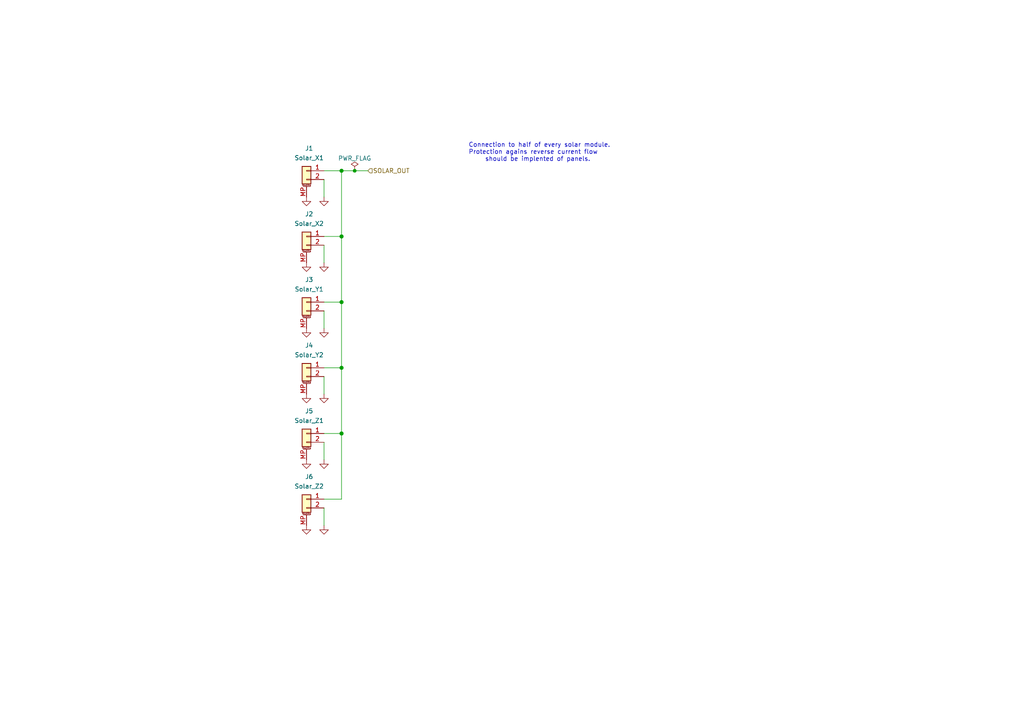
<source format=kicad_sch>
(kicad_sch (version 20210621) (generator eeschema)
  (paper "A4")
  (title_block (title "BUTCube - EPS") (date "2021-06-01") (rev "v1.0") (company "VUT - FIT(STRaDe) & FME(IAE & IPE)") (comment 1 "Author: Petr Malaník"))
  (lib_symbols
    (symbol "Connector_Generic_MountingPin:Conn_01x02_MountingPin" (pin_names (offset 1.016) hide)
      (property "Reference" "J" (at 0 2.54 0))
      (property "Value" "Conn_01x02_MountingPin" (at 1.27 -5.08 0))
      (symbol "Conn_01x02_MountingPin_1_1"
        (text "Mounting" (at 0 -4.191 0) (effects (font (size 0.381 0.381))))
        (rectangle (start -1.27 -2.413) (end 0 -2.667) (stroke (width 0.1524)))
        (rectangle (start -1.27 0.127) (end 0 -0.127) (stroke (width 0.1524)))
        (rectangle (start -1.27 1.27) (end 1.27 -3.81) (stroke (width 0.254)) (fill (type background)))
        (polyline (pts (xy -1.016 -4.572) (xy 1.016 -4.572)) (stroke (width 0.1524)))
        (pin passive line (at -5.08 0 0) (length 3.81) (name "Pin_1") (number "1"))
        (pin passive line (at -5.08 -2.54 0) (length 3.81) (name "Pin_2") (number "2"))
        (pin passive line (at 0 -7.62 90) (length 3.048) (name "MountPin") (number "MP"))
      )
    )
    (symbol "power:GND" (power) (pin_names (offset 0))
      (property "Value" "GND" (at 0 -3.81 0))
      (symbol "GND_0_1"
        (polyline (pts (xy 0 0) (xy 0 -1.27) (xy 1.27 -1.27) (xy 0 -2.54) (xy -1.27 -1.27) (xy 0 -1.27)))
      )
      (symbol "GND_1_1"
        (pin power_in line (at 0 0 270) (length 0) hide (name "GND") (number "1"))
      )
    )
    (symbol "power:PWR_FLAG" (power) (pin_numbers hide) (pin_names (offset 0) hide)
      (property "Value" "PWR_FLAG" (at 0 3.81 0))
      (symbol "PWR_FLAG_0_0"
        (pin power_out line (at 0 0 90) (length 0) (name "pwr") (number "1"))
      )
      (symbol "PWR_FLAG_0_1"
        (polyline (pts (xy 0 0) (xy 0 1.27) (xy -1.016 1.905) (xy 0 2.54) (xy 1.016 1.905) (xy 0 1.27)))
      )
    )
  )
  (junction (at 99.06 49.53) (diameter 1.016))
  (junction (at 99.06 68.58) (diameter 1.016))
  (junction (at 99.06 87.63) (diameter 1.016))
  (junction (at 99.06 106.68) (diameter 1.016))
  (junction (at 99.06 125.73) (diameter 1.016))
  (junction (at 102.87 49.53) (diameter 0.9144))
  (wire (pts (xy 93.98 49.53) (xy 99.06 49.53)))
  (wire (pts (xy 93.98 52.07) (xy 93.98 57.15)))
  (wire (pts (xy 93.98 68.58) (xy 99.06 68.58)))
  (wire (pts (xy 93.98 71.12) (xy 93.98 76.2)))
  (wire (pts (xy 93.98 87.63) (xy 99.06 87.63)))
  (wire (pts (xy 93.98 90.17) (xy 93.98 95.25)))
  (wire (pts (xy 93.98 106.68) (xy 99.06 106.68)))
  (wire (pts (xy 93.98 109.22) (xy 93.98 114.3)))
  (wire (pts (xy 93.98 125.73) (xy 99.06 125.73)))
  (wire (pts (xy 93.98 128.27) (xy 93.98 133.35)))
  (wire (pts (xy 93.98 147.32) (xy 93.98 152.4)))
  (wire (pts (xy 99.06 49.53) (xy 99.06 68.58)))
  (wire (pts (xy 99.06 49.53) (xy 102.87 49.53)))
  (wire (pts (xy 99.06 68.58) (xy 99.06 87.63)))
  (wire (pts (xy 99.06 87.63) (xy 99.06 106.68)))
  (wire (pts (xy 99.06 106.68) (xy 99.06 125.73)))
  (wire (pts (xy 99.06 125.73) (xy 99.06 144.78)))
  (wire (pts (xy 99.06 144.78) (xy 93.98 144.78)))
  (wire (pts (xy 102.87 49.53) (xy 106.68 49.53)))
  (text "Connection to half of every solar module.\nProtection agains reverse current flow\n	should be implented of panels." (at 135.89 46.99 0) (effects (font (size 1.27 1.27)) (justify left bottom)))
  (hierarchical_label "SOLAR_OUT" (shape input) (at 106.68 49.53 0))
  (symbol (lib_id "power:PWR_FLAG") (at 102.87 49.53 0)
    (property "Reference" "#FLG01" (effects hide))
    (property "Value" "PWR_FLAG" (at 102.87 45.9254 0))
  )
  (symbol (lib_id "power:GND") (at 88.9 57.15 0)
    (property "Reference" "#PWR05" (effects hide))
    (property "Value" "GND" (effects hide))
  )
  (symbol (lib_id "power:GND") (at 88.9 76.2 0)
    (property "Reference" "#PWR06" (effects hide))
    (property "Value" "GND" (effects hide))
  )
  (symbol (lib_id "power:GND") (at 88.9 95.25 0)
    (property "Reference" "#PWR07" (effects hide))
    (property "Value" "GND" (effects hide))
  )
  (symbol (lib_id "power:GND") (at 88.9 114.3 0)
    (property "Reference" "#PWR08" (effects hide))
    (property "Value" "GND" (effects hide))
  )
  (symbol (lib_id "power:GND") (at 88.9 133.35 0)
    (property "Reference" "#PWR09" (effects hide))
    (property "Value" "GND" (effects hide))
  )
  (symbol (lib_id "power:GND") (at 88.9 152.4 0)
    (property "Reference" "#PWR010" (effects hide))
    (property "Value" "GND" (effects hide))
  )
  (symbol (lib_id "power:GND") (at 93.98 57.15 0)
    (property "Reference" "#PWR011" (effects hide))
    (property "Value" "GND" (effects hide))
  )
  (symbol (lib_id "power:GND") (at 93.98 76.2 0)
    (property "Reference" "#PWR012" (effects hide))
    (property "Value" "GND" (effects hide))
  )
  (symbol (lib_id "power:GND") (at 93.98 95.25 0)
    (property "Reference" "#PWR013" (effects hide))
    (property "Value" "GND" (effects hide))
  )
  (symbol (lib_id "power:GND") (at 93.98 114.3 0)
    (property "Reference" "#PWR014" (effects hide))
    (property "Value" "GND" (effects hide))
  )
  (symbol (lib_id "power:GND") (at 93.98 133.35 0)
    (property "Reference" "#PWR015" (effects hide))
    (property "Value" "GND" (effects hide))
  )
  (symbol (lib_id "power:GND") (at 93.98 152.4 0)
    (property "Reference" "#PWR016" (effects hide))
    (property "Value" "GND" (effects hide))
  )
  (symbol (lib_id "Connector_Generic_MountingPin:Conn_01x02_MountingPin") (at 88.9 49.53 0) (mirror y)
    (property "Reference" "J1" (at 89.662 43.0234 0))
    (property "Value" "Solar_X1" (at 89.662 45.7985 0))
    (property "Footprint" "TCY_connectors:Amphenol_10114830-11102LF_1x02_P1.25mm_Horizontal" (effects hide))
  )
  (symbol (lib_id "Connector_Generic_MountingPin:Conn_01x02_MountingPin") (at 88.9 68.58 0) (mirror y)
    (property "Reference" "J2" (at 89.662 62.0734 0))
    (property "Value" "Solar_X2" (at 89.662 64.8485 0))
    (property "Footprint" "TCY_connectors:Amphenol_10114830-11102LF_1x02_P1.25mm_Horizontal" (effects hide))
  )
  (symbol (lib_id "Connector_Generic_MountingPin:Conn_01x02_MountingPin") (at 88.9 87.63 0) (mirror y)
    (property "Reference" "J3" (at 89.662 81.1234 0))
    (property "Value" "Solar_Y1" (at 89.662 83.8985 0))
    (property "Footprint" "TCY_connectors:Amphenol_10114830-11102LF_1x02_P1.25mm_Horizontal" (effects hide))
  )
  (symbol (lib_id "Connector_Generic_MountingPin:Conn_01x02_MountingPin") (at 88.9 106.68 0) (mirror y)
    (property "Reference" "J4" (at 89.662 100.1734 0))
    (property "Value" "Solar_Y2" (at 89.662 102.9485 0))
    (property "Footprint" "TCY_connectors:Amphenol_10114830-11102LF_1x02_P1.25mm_Horizontal" (effects hide))
  )
  (symbol (lib_id "Connector_Generic_MountingPin:Conn_01x02_MountingPin") (at 88.9 125.73 0) (mirror y)
    (property "Reference" "J5" (at 89.662 119.2234 0))
    (property "Value" "Solar_Z1" (at 89.662 121.9985 0))
    (property "Footprint" "TCY_connectors:Amphenol_10114830-11102LF_1x02_P1.25mm_Horizontal" (effects hide))
  )
  (symbol (lib_id "Connector_Generic_MountingPin:Conn_01x02_MountingPin") (at 88.9 144.78 0) (mirror y)
    (property "Reference" "J6" (at 89.662 138.2734 0))
    (property "Value" "Solar_Z2" (at 89.662 141.0485 0))
    (property "Footprint" "TCY_connectors:Amphenol_10114830-11102LF_1x02_P1.25mm_Horizontal" (effects hide))
  )
)
</source>
